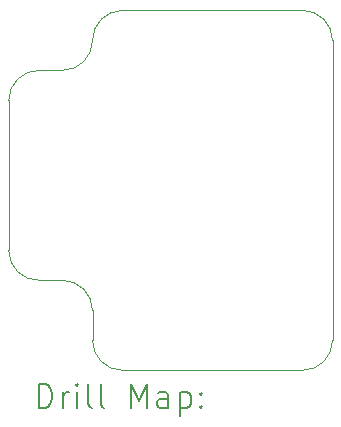
<source format=gbr>
%TF.GenerationSoftware,KiCad,Pcbnew,7.0.9-1.fc39*%
%TF.CreationDate,2023-12-29T10:13:13-08:00*%
%TF.ProjectId,supermicro-ATX-PCB,73757065-726d-4696-9372-6f2d4154582d,rev?*%
%TF.SameCoordinates,Original*%
%TF.FileFunction,Drillmap*%
%TF.FilePolarity,Positive*%
%FSLAX45Y45*%
G04 Gerber Fmt 4.5, Leading zero omitted, Abs format (unit mm)*
G04 Created by KiCad (PCBNEW 7.0.9-1.fc39) date 2023-12-29 10:13:13*
%MOMM*%
%LPD*%
G01*
G04 APERTURE LIST*
%ADD10C,0.100000*%
%ADD11C,0.200000*%
G04 APERTURE END LIST*
D10*
X10096500Y-8255000D02*
X10287000Y-8255000D01*
X12319000Y-9017000D02*
G75*
G03*
X12573000Y-8763000I0J254000D01*
G01*
X12319000Y-5969000D02*
X10795000Y-5969000D01*
X10096500Y-6477000D02*
X10287000Y-6477000D01*
X10541000Y-8509000D02*
X10541000Y-8763000D01*
X10541000Y-8763000D02*
G75*
G03*
X10795000Y-9017000I254000J0D01*
G01*
X9831377Y-8001000D02*
G75*
G03*
X10096500Y-8255000I254233J0D01*
G01*
X9831605Y-8001000D02*
X9831605Y-6731000D01*
X10795000Y-5969000D02*
G75*
G03*
X10541000Y-6223000I0J-254000D01*
G01*
X12573000Y-6223000D02*
X12573000Y-8763000D01*
X10287000Y-6477000D02*
G75*
G03*
X10541000Y-6223000I0J254000D01*
G01*
X10541000Y-8509000D02*
G75*
G03*
X10287000Y-8255000I-254000J0D01*
G01*
X12319000Y-9017000D02*
X10795000Y-9017000D01*
X12573000Y-6223000D02*
G75*
G03*
X12319000Y-5969000I-254000J0D01*
G01*
X10096500Y-6477005D02*
G75*
G03*
X9831372Y-6731000I-10900J-253995D01*
G01*
D11*
X10087148Y-9333484D02*
X10087148Y-9133484D01*
X10087148Y-9133484D02*
X10134767Y-9133484D01*
X10134767Y-9133484D02*
X10163339Y-9143008D01*
X10163339Y-9143008D02*
X10182387Y-9162055D01*
X10182387Y-9162055D02*
X10191910Y-9181103D01*
X10191910Y-9181103D02*
X10201434Y-9219198D01*
X10201434Y-9219198D02*
X10201434Y-9247770D01*
X10201434Y-9247770D02*
X10191910Y-9285865D01*
X10191910Y-9285865D02*
X10182387Y-9304912D01*
X10182387Y-9304912D02*
X10163339Y-9323960D01*
X10163339Y-9323960D02*
X10134767Y-9333484D01*
X10134767Y-9333484D02*
X10087148Y-9333484D01*
X10287148Y-9333484D02*
X10287148Y-9200150D01*
X10287148Y-9238246D02*
X10296672Y-9219198D01*
X10296672Y-9219198D02*
X10306196Y-9209674D01*
X10306196Y-9209674D02*
X10325244Y-9200150D01*
X10325244Y-9200150D02*
X10344291Y-9200150D01*
X10410958Y-9333484D02*
X10410958Y-9200150D01*
X10410958Y-9133484D02*
X10401434Y-9143008D01*
X10401434Y-9143008D02*
X10410958Y-9152531D01*
X10410958Y-9152531D02*
X10420482Y-9143008D01*
X10420482Y-9143008D02*
X10410958Y-9133484D01*
X10410958Y-9133484D02*
X10410958Y-9152531D01*
X10534767Y-9333484D02*
X10515720Y-9323960D01*
X10515720Y-9323960D02*
X10506196Y-9304912D01*
X10506196Y-9304912D02*
X10506196Y-9133484D01*
X10639529Y-9333484D02*
X10620482Y-9323960D01*
X10620482Y-9323960D02*
X10610958Y-9304912D01*
X10610958Y-9304912D02*
X10610958Y-9133484D01*
X10868101Y-9333484D02*
X10868101Y-9133484D01*
X10868101Y-9133484D02*
X10934768Y-9276341D01*
X10934768Y-9276341D02*
X11001434Y-9133484D01*
X11001434Y-9133484D02*
X11001434Y-9333484D01*
X11182387Y-9333484D02*
X11182387Y-9228722D01*
X11182387Y-9228722D02*
X11172863Y-9209674D01*
X11172863Y-9209674D02*
X11153815Y-9200150D01*
X11153815Y-9200150D02*
X11115720Y-9200150D01*
X11115720Y-9200150D02*
X11096672Y-9209674D01*
X11182387Y-9323960D02*
X11163339Y-9333484D01*
X11163339Y-9333484D02*
X11115720Y-9333484D01*
X11115720Y-9333484D02*
X11096672Y-9323960D01*
X11096672Y-9323960D02*
X11087148Y-9304912D01*
X11087148Y-9304912D02*
X11087148Y-9285865D01*
X11087148Y-9285865D02*
X11096672Y-9266817D01*
X11096672Y-9266817D02*
X11115720Y-9257293D01*
X11115720Y-9257293D02*
X11163339Y-9257293D01*
X11163339Y-9257293D02*
X11182387Y-9247770D01*
X11277625Y-9200150D02*
X11277625Y-9400150D01*
X11277625Y-9209674D02*
X11296672Y-9200150D01*
X11296672Y-9200150D02*
X11334767Y-9200150D01*
X11334767Y-9200150D02*
X11353815Y-9209674D01*
X11353815Y-9209674D02*
X11363339Y-9219198D01*
X11363339Y-9219198D02*
X11372863Y-9238246D01*
X11372863Y-9238246D02*
X11372863Y-9295389D01*
X11372863Y-9295389D02*
X11363339Y-9314436D01*
X11363339Y-9314436D02*
X11353815Y-9323960D01*
X11353815Y-9323960D02*
X11334767Y-9333484D01*
X11334767Y-9333484D02*
X11296672Y-9333484D01*
X11296672Y-9333484D02*
X11277625Y-9323960D01*
X11458577Y-9314436D02*
X11468101Y-9323960D01*
X11468101Y-9323960D02*
X11458577Y-9333484D01*
X11458577Y-9333484D02*
X11449053Y-9323960D01*
X11449053Y-9323960D02*
X11458577Y-9314436D01*
X11458577Y-9314436D02*
X11458577Y-9333484D01*
X11458577Y-9209674D02*
X11468101Y-9219198D01*
X11468101Y-9219198D02*
X11458577Y-9228722D01*
X11458577Y-9228722D02*
X11449053Y-9219198D01*
X11449053Y-9219198D02*
X11458577Y-9209674D01*
X11458577Y-9209674D02*
X11458577Y-9228722D01*
M02*

</source>
